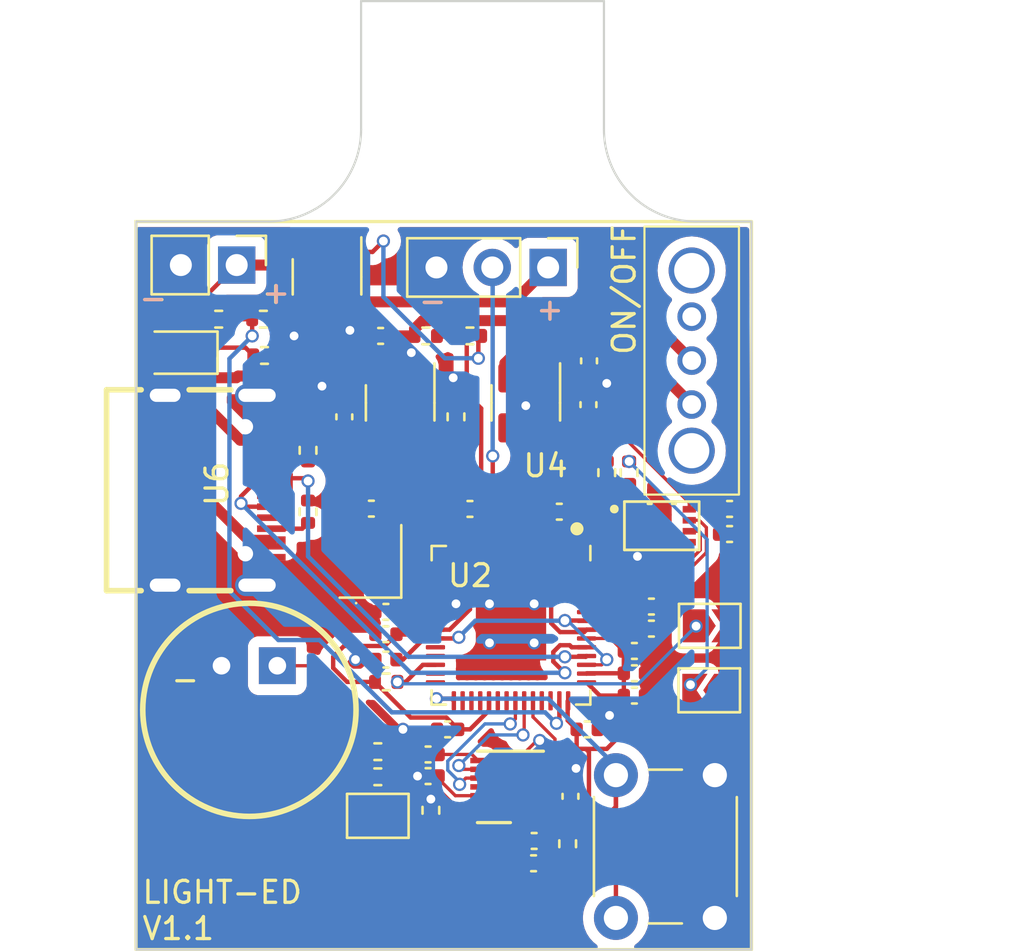
<source format=kicad_pcb>
(kicad_pcb (version 20221018) (generator pcbnew)
  (layers (0 "F.Cu" signal) (31 "B.Cu" signal) (34 "B.Paste" user) (35 "F.Paste" user) (36 "B.SilkS" user "B.Silkscreen") (37 "F.SilkS" user "F.Silkscreen") (38 "B.Mask" user) (39 "F.Mask" user) (44 "Edge.Cuts" user))
  (net 0 "")
  (net 1 "GND")
  (net 2 "/QSPI_SD2")
  (net 3 "/QSPI_SD1")
  (net 4 "/QSPI_SS")
  (net 5 "+3.3V")
  (net 6 "/QSPI_SD3")
  (net 7 "/QSPI_SCLK")
  (net 8 "/QSPI_SD0")
  (net 9 "Net-(JP3-B)")
  (net 10 "Net-(JP2-A)")
  (net 11 "Net-(U5-STAT)")
  (net 12 "Net-(D1-K)")
  (net 13 "Net-(U5-PROG)")
  (net 14 "/TH")
  (net 15 "/MICBIAS")
  (net 16 "+BATT")
  (net 17 "+5V")
  (net 18 "Net-(SW2A-A)")
  (net 20 "/GAIN")
  (net 21 "/A{slash}R")
  (net 22 "/Diode_Cont")
  (net 23 "Net-(Q1-G)")
  (net 24 "/Mode_Switch")
  (net 36 "Net-(U2-XIN)")
  (net 37 "Net-(U2-XOUT)")
  (net 38 "Net-(U2-VREG_VOUT)")
  (net 39 "/SWCLK")
  (net 40 "/SWDIO")
  (net 48 "/MICOUT")
  (net 51 "/BAT_VOL")
  (net 52 "/USB_DM")
  (net 53 "/USB_DP")
  (net 54 "Net-(U1-CT)")
  (net 55 "Net-(U1-CG)")
  (net 56 "/MICIN")
  (net 57 "Net-(U1-BIAS)")
  (net 61 "/MOSFET_Controll")
  (net 62 "/Diode_power")
  (net 63 "Net-(C19-Pad1)")
  (net 64 "Net-(U6-CC1)")
  (net 65 "Net-(U6-CC2)")
  (footprint "Capacitor_SMD:C_0402_1005Metric" (layer "F.Cu") (at 144.61 31.742 -90)
    (fp_text reference "C20" hide)
    (fp_text value "1 uF")
  )
  (footprint "Resistor_SMD:R_0402_1005Metric" (layer "F.Cu") (at 145.415 36.83 -90)
    (fp_text reference "R10" hide)
    (fp_text value "10k")
  )
  (footprint "Resistor_SMD:R_0402_1005Metric" (layer "F.Cu") (at 146.431 36.83 -90)
    (fp_text reference "R9" hide)
    (fp_text value "1k")
  )
  (footprint "Resistor_SMD:R_0402_1005Metric" (layer "F.Cu") (at 137.414 52.197 90)
    (fp_text reference "R3" hide)
    (fp_text value "100k")
  )
  (footprint "Capacitor_SMD:C_0402_1005Metric" (layer "F.Cu") (at 151.003 38.481 180)
    (fp_text reference "C12" hide)
    (fp_text value "2.2 uF")
  )
  (footprint "Capacitor_SMD:C_0402_1005Metric" (layer "F.Cu") (at 135.3694 45.339)
    (fp_text reference "C7" hide)
    (fp_text value "100 nF")
  )
  (footprint "Package_TO_SOT_SMD:SOT-23-3" (layer "F.Cu") (at 132.6896 27.9201 -90)
    (fp_text reference "Q1" hide)
    (fp_text value "PMOS")
  )
  (footprint "Capacitor_SMD:C_0402_1005Metric" (layer "F.Cu") (at 138.176 48.514)
    (fp_text reference "C4" hide)
    (fp_text value "100 nF")
  )
  (footprint "Resistor_SMD:R_0402_1005Metric" (layer "F.Cu") (at 139.192 30.607)
    (fp_text reference "R11" hide)
    (fp_text value "300")
  )
  (footprint "Resistor_SMD:R_0402_1005Metric" (layer "F.Cu") (at 131.826 35.814 90)
    (fp_text reference "R6" hide)
    (fp_text value "5.1k")
  )
  (footprint "Connector_PinHeader_2.54mm:PinHeader_1x03_P2.54mm_Vertical" (layer "F.Cu") (at 142.748 27.49 -90)
    (fp_text reference "J2" hide)
    (fp_text value "Screw_Terminal_01x03")
  )
  (footprint "Package_DFN_QFN:QFN-56-1EP_7x7mm_P0.4mm_EP3.2x3.2mm" (layer "F.Cu") (at 141.059 43.777 -90)
    (fp_text reference "U2")
    (fp_text value "RP2040")
  )
  (footprint "Resistor_SMD:R_0402_1005Metric" (layer "F.Cu") (at 138.557 34.29 90)
    (fp_text reference "R4" hide)
    (fp_text value "2k")
  )
  (footprint "OS102011MS2QS1:OS102011MS2QS1" (layer "F.Cu") (at 149.28 35.83 90)
    (fp_text reference "SW2" hide)
    (fp_text value "SW_DPDT_x2")
  )
  (footprint "Capacitor_SMD:C_0402_1005Metric" (layer "F.Cu") (at 146.6724 44.9454 180)
    (fp_text reference "C6" hide)
    (fp_text value "100 nF")
  )
  (footprint "Crystal:Crystal_SMD_2520-4Pin_2.5x2.0mm" (layer "F.Cu") (at 134.6674 40.8694 90)
    (fp_text reference "Y1" hide)
    (fp_text value "12 MHz")
  )
  (footprint "Package_TO_SOT_SMD:SOT-23-5" (layer "F.Cu") (at 141.732 33.655 -90)
    (fp_text reference "U4")
    (fp_text value "MIC5504-3.3YM5")
  )
  (footprint "Capacitor_SMD:C_0402_1005Metric" (layer "F.Cu") (at 147.447 42.926 180)
    (fp_text reference "C8" hide)
    (fp_text value "100 nF")
  )
  (footprint "Resistor_SMD:R_0402_1005Metric" (layer "F.Cu") (at 135.382 46.355)
    (fp_text reference "R8" hide)
    (fp_text value "10k")
  )
  (footprint "Connector_PinHeader_2.54mm:PinHeader_1x02_P2.54mm_Vertical" (layer "F.Cu") (at 128.5798 27.3812 -90)
    (fp_text reference "BT1" hide)
    (fp_text value "Battery")
  )
  (footprint "Capacitor_SMD:C_0402_1005Metric" (layer "F.Cu") (at 143.256 38.608)
    (fp_text reference "C1" hide)
    (fp_text value "100 nF")
  )
  (footprint "Package_DFN_QFN:DFN-14-1EP_3x3mm_P0.4mm_EP1.78x2.35mm" (layer "F.Cu") (at 141.033 51.1335 180)
    (fp_text reference "U1" hide)
    (fp_text value "MAX9814")
  )
  (footprint "Capacitor_SMD:C_0402_1005Metric" (layer "F.Cu") (at 133.477 34.29 90)
    (fp_text reference "C22" hide)
    (fp_text value "4.7 uF")
  )
  (footprint "Jumper:SolderJumper-2_P1.3mm_Open_TrianglePad1.0x1.5mm" (layer "F.Cu") (at 135.001 52.451)
    (fp_text reference "JP1" hide)
    (fp_text value "SolderJumper_2_Open")
  )
  (footprint "Resistor_SMD:R_0402_1005Metric" (layer "F.Cu") (at 127.762 29.845)
    (fp_text reference "R13" hide)
    (fp_text value "50k")
  )
  (footprint "Diode_SMD:D_0805_2012Metric_Pad1.15x1.40mm_HandSolder" (layer "F.Cu") (at 125.848 31.369 180)
    (fp_text reference "D1" hide)
    (fp_text value "LED")
  )
  (footprint "Capacitor_SMD:C_0402_1005Metric" (layer "F.Cu") (at 135.3694 43.1674)
    (fp_text reference "C14" hide)
    (fp_text value "8 pF")
  )
  (footprint "Resistor_SMD:R_0402_1005Metric" (layer "F.Cu") (at 137.18 30.607 180)
    (fp_text reference "R12" hide)
    (fp_text value "10k")
  )
  (footprint "W25Q16JVUXIQ_TR:IC_W25Q16JVUXIQ_TR" (layer "F.Cu") (at 147.9185 39.247)
    (fp_text reference "U3" hide)
    (fp_text value "W25Q16JVUXIQ_TR")
  )
  (footprint "Resistor_SMD:R_0402_1005Metric" (layer "F.Cu") (at 143.637 53.721 90)
    (fp_text reference "R15" hide)
    (fp_text value "10k")
  )
  (footprint "Capacitor_SMD:C_0402_1005Metric" (layer "F.Cu") (at 151.003 39.624 180)
    (fp_text reference "C11" hide)
    (fp_text value "100 nF")
  )
  (footprint "Button_Switch_THT:SW_PUSH_6mm_H13mm" (layer "F.Cu") (at 145.832 57.098 90)
    (fp_text reference "SW1" hide)
    (fp_text value "Mode_Switch")
  )
  (footprint "Capacitor_SMD:C_0402_1005Metric" (layer "F.Cu") (at 137.287 50.641)
    (fp_text reference "C17" hide)
    (fp_text value "0.47 uF")
  )
  (footprint "Resistor_SMD:R_0402_1005Metric" (layer "F.Cu") (at 135.001 50.673)
    (fp_text reference "R2" hide)
    (fp_text value "150k")
  )
  (footprint "Capacitor_SMD:C_0402_1005Metric" (layer "F.Cu") (at 137.287 49.657)
    (fp_text reference "C19" hide)
    (fp_text value "100 nF")
  )
  (footprint "Capacitor_SMD:C_0402_1005Metric" (layer "F.Cu") (at 143.764 51.562 -90)
    (fp_text reference "C16" hide)
    (fp_text value "2.2 uF")
  )
  (footprint "Capacitor_SMD:C_0402_1005Metric" (layer "F.Cu") (at 144.582 33.735 90)
    (fp_text reference "C18" hide)
    (fp_text value "1 uF")
  )
  (footprint "Resistor_SMD:R_0402_1005Metric" (layer "F.Cu") (at 129.794 29.845)
    (fp_text reference "R14" hide)
    (fp_text value "100k")
  )
  (footprint "Capacitor_SMD:C_0402_1005Metric" (layer "F.Cu") (at 146.6724 45.9614 180)
    (fp_text reference "C10" hide)
    (fp_text value "2.2 uF")
  )
  (footprint "Resistor_SMD:R_0402_1005Metric" (layer "F.Cu") (at 129.8448 31.496 180)
    (fp_text reference "R5" hide)
    (fp_text value "300")
  )
  (footprint "Jumper:SolderJumper-2_P1.3mm_Open_TrianglePad1.0x1.5mm" (layer "F.Cu") (at 150.1014 43.8024)
    (fp_text reference "JP2" hide)
    (fp_text value "SolderJumper_2_Open")
  )
  (footprint "Resistor_SMD:R_0402_1005Metric" (layer "F.Cu") (at 135.001 49.53 180)
    (fp_text reference "R1" hide)
    (fp_text value "2.2k")
  )
  (footprint "Capacitor_SMD:C_0402_1005Metric" (layer "F.Cu") (at 146.6724 46.9774 180)
    (fp_text reference "C24" hide)
    (fp_text value "100 nF")
  )
  (footprint "footprint:USB-C-SMD_KH-TYPE-C-16P" (layer "F.Cu") (at 127.741025 37.63 -90)
    (fp_text reference "U6")
    (fp_text value "KH-TYPE-C-16P")
  )
  (footprint "Capacitor_SMD:C_0402_1005Metric" (layer "F.Cu") (at 142.113 53.594)
    (fp_text reference "C15" hide)
    (fp_text value "100 nF")
  )
  (footprint "Jumper:SolderJumper-2_P1.3mm_Open_TrianglePad1.0x1.5mm" (layer "F.Cu") (at 150.077 46.736 180)
    (fp_text reference "JP3" hide)
    (fp_text value "SolderJumper_2_Open")
  )
  (footprint "footprint:MIC-TH_BD9.7-P2.54-D0.8-L-FD" (layer "F.Cu") (at 129.159 45.618396 180)
    (fp_text reference "U7" hide)
    (fp_text value "GMI9767P-46DB")
  )
  (footprint "Resistor_SMD:R_0402_1005Metric" (layer "F.Cu") (at 131.826 38.608 90)
    (fp_text reference "R7" hide)
    (fp_text value "5.1k")
  )
  (footprint "Capacitor_SMD:C_0402_1005Metric" (layer "F.Cu") (at 134.7074 38.4684 180)
    (fp_text reference "C13" hide)
    (fp_text value "8 pF")
  )
  (footprint "Capacitor_SMD:C_0402_1005Metric" (layer "F.Cu") (at 147.447 43.9294 180)
    (fp_text reference "C9" hide)
    (fp_text value "2.2 uF")
  )
  (footprint "Capacitor_SMD:C_0402_1005Metric" (layer "F.Cu") (at 139.192 38.481)
    (fp_text reference "C2" hide)
    (fp_text value "100 nF")
  )
  (footprint "Package_TO_SOT_SMD:SOT-23-5" (layer "F.Cu") (at 136.017 33.655 -90)
    (fp_text reference "U5" hide)
    (fp_text value "MCP73831-2-OT")
  )
  (footprint "Capacitor_SMD:C_0402_1005Metric" (layer "F.Cu") (at 135.128 30.607 180)
    (fp_text reference "C21" hide)
    (fp_text value "4.7 uF")
  )
  (footprint "Capacitor_SMD:C_0402_1005Metric" (layer "F.Cu") (at 144.526 48.514 180)
    (fp_text reference "C5" hide)
    (fp_text value "100 nF")
  )
  (footprint "Capacitor_SMD:C_0402_1005Metric" (layer "F.Cu") (at 135.3694 44.1834)
    (fp_text reference "C3" hide)
    (fp_text value "100 nF")
  )
  (footprint "Capacitor_SMD:C_0402_1005Metric" (layer "F.Cu") (at 142.085 54.61 180)
    (fp_text reference "C23" hide)
    (fp_text value "100 nF")
  )
  (gr_circle (center 144.059 39.3854) (end 144.209 39.3854) (stroke (width 0.3)) (fill none) (layer "F.SilkS"))
  (gr_rect (start 124 25.4) (end 152 58.539) (stroke (width 0.15)) (fill none) (layer "F.SilkS"))
  (gr_line (start 152 25.4) (end 152 58.539) (stroke (width 0.1)) (layer "Edge.Cuts"))
  (gr_line (start 152 58.539) (end 124 58.539) (stroke (width 0.1)) (layer "Edge.Cuts"))
  (gr_line (start 145.288 15.367) (end 134.239 15.367) (stroke (width 0.1)) (layer "Edge.Cuts"))
  (gr_arc (start 149.479 25.4) (mid 146.515515 24.172485) (end 145.288 21.209) (stroke (width 0.1)) (layer "Edge.Cuts"))
  (gr_arc (start 134.239 21.209) (mid 133.011485 24.172485) (end 130.048 25.4) (stroke (width 0.1)) (layer "Edge.Cuts"))
  (gr_line (start 145.288 15.367) (end 145.288 21.209) (stroke (width 0.1)) (layer "Edge.Cuts"))
  (gr_line (start 134.239 21.209) (end 134.239 15.367) (stroke (width 0.1)) (layer "Edge.Cuts"))
  (gr_line (start 130.048 25.4) (end 124 25.4) (stroke (width 0.1)) (layer "Edge.Cuts"))
  (gr_line (start 124 58.539) (end 124 25.4) (stroke (width 0.1)) (layer "Edge.Cuts"))
  (gr_line (start 149.479 25.4) (end 152 25.4) (stroke (width 0.1)) (layer "Edge.Cuts"))
  (gr_text "-" (at 124.0536 29.464) (layer "B.SilkS") (effects (font (size 1 1)) (justify left bottom)))
  (gr_text "+" (at 129.667 29.21) (layer "B.SilkS") (effects (font (size 1 1)) (justify left bottom)))
  (gr_text "-" (at 136.779 29.591) (layer "B.SilkS") (effects (font (size 1 1)) (justify left bottom)))
  (gr_text "+" (at 142.113 29.972) (layer "B.SilkS") (effects (font (size 1 1)) (justify left bottom)))
  (gr_text "+" (at 142.113 29.972) (layer "F.SilkS") (effects (font (size 1 1)) (justify left bottom)))
  (gr_text "+" (at 129.6416 29.21) (layer "F.SilkS") (effects (font (size 1 1)) (justify left bottom)))
  (gr_text "V1.1" (at 124.206 58.166) (layer "F.SilkS") (effects (font (size 1 1)) (justify left bottom)))
  (gr_text "LIGHT-ED" (at 124.206 56.515) (layer "F.SilkS") (effects (font (size 1 1)) (justify left bottom)))
  (gr_text "ON/OFF\n" (at 146.79 31.55 90) (layer "F.SilkS") (effects (font (size 1 1)) (justify left bottom)))
  (gr_text "-" (at 124.079 29.464) (layer "F.SilkS") (effects (font (size 1 1)) (justify left bottom)))
  (gr_text "-" (at 136.779 29.591) (layer "F.SilkS") (effects (font (size 1 1)) (justify left bottom)))
  (segment (start 139.558 51.1335) (end 141.033 51.1335) (width 0.15) (layer "F.Cu") (net 1))
  (segment (start 137.6215 42.777) (end 138.535 42.777) (width 0.2) (layer "F.Cu") (net 1))
  (segment (start 134.8894 45.339) (end 133.985 45.339) (width 0.15) (layer "F.Cu") (net 1))
  (segment (start 136.017 31.877) (end 136.017 32.5175) (width 0.2) (layer "F.Cu") (net 1))
  (segment (start 138.535 42.777) (end 138.557 42.799) (width 0.2) (layer "F.Cu") (net 1))
  (segment (start 141.033 50.9085) (end 141.033 51.1335) (width 0.15) (layer "F.Cu") (net 1))
  (segment (start 142.508 51.1335) (end 141.033 51.1335) (width 0.15) (layer "F.Cu") (net 1))
  (segment (start 142.008 49.9335) (end 141.033 50.9085) (width 0.15) (layer "F.Cu") (net 1))
  (segment (start 133.477 33.81) (end 133.378 33.81) (width 0.2) (layer "F.Cu") (net 1))
  (segment (start 142.508 49.9335) (end 142.008 49.9335) (width 0.15) (layer "F.Cu") (net 1))
  (segment (start 143.764 51.082) (end 143.764 50.546) (width 0.2) (layer "F.Cu") (net 1))
  (segment (start 143.764 50.546) (end 144.018 50.292) (width 0.2) (layer "F.Cu") (net 1))
  (segment (start 146.6685 39.997) (end 146.6685 40.4965) (width 0.2) (layer "F.Cu") (net 1))
  (segment (start 133.378 33.81) (end 132.461 32.893) (width 0.2) (layer "F.Cu") (net 1))
  (segment (start 146.6685 40.4965) (end 146.812 40.64) (width 0.2) (layer "F.Cu") (net 1))
  (segment (start 142.367 48.895) (end 141.033 50.229) (width 0.15) (layer "F.Cu") (net 1))
  (segment (start 136.525 31.369) (end 136.017 31.877) (width 0.2) (layer "F.Cu") (net 1))
  (segment (start 141.033 50.229) (end 141.033 51.1335) (width 0.15) (layer "F.Cu") (net 1))
  (via (at 138.43 32.512) (size 0.6) (drill 0.4) (layers "F.Cu" "B.Cu") (net 1))
  (via (at 131.191 30.607) (size 0.6) (drill 0.4) (layers "F.Cu" "B.Cu") (net 1))
  (via (at 138.557 42.799) (size 0.6) (drill 0.4) (layers "F.Cu" "B.Cu") (net 1))
  (via (at 132.461 32.893) (size 0.6) (drill 0.4) (layers "F.Cu" "B.Cu") (net 1))
  (via (at 142.113 44.577) (size 0.6) (drill 0.4) (layers "F.Cu" "B.Cu") (net 1))
  (via (at 145.415 32.766) (size 0.6) (drill 0.4) (layers "F.Cu" "B.Cu") (net 1))
  (via (at 133.731 30.353) (size 0.6) (drill 0.4) (layers "F.Cu" "B.Cu") (net 1))
  (via (at 136.144 48.514) (size 0.6) (drill 0.4) (layers "F.Cu" "B.Cu") (net 1))
  (via (at 144.018 50.292) (size 0.6) (drill 0.4) (layers "F.Cu" "B.Cu") (net 1))
  (via (at 137.414 51.689) (size 0.6) (drill 0.4) (layers "F.Cu" "B.Cu") (net 1))
  (via (at 133.985 45.339) (size 0.6) (drill 0.4) (layers "F.Cu" "B.Cu") (net 1))
  (via (at 140.081 44.577) (size 0.6) (drill 0.4) (layers "F.Cu" "B.Cu") (net 1))
  (via (at 142.113 42.799) (size 0.6) (drill 0.4) (layers "F.Cu" "B.Cu") (net 1))
  (via (at 140.081 42.799) (size 0.6) (drill 0.4) (layers "F.Cu" "B.Cu") (net 1))
  (via (at 145.542 47.879) (size 0.6) (drill 0.4) (layers "F.Cu" "B.Cu") (net 1))
  (via (at 146.812 40.64) (size 0.6) (drill 0.4) (layers "F.Cu" "B.Cu") (net 1))
  (via (at 136.525 31.369) (size 0.6) (drill 0.4) (layers "F.Cu" "B.Cu") (net 1))
  (via (at 142.367 49.022) (size 0.6) (drill 0.4) (layers "F.Cu" "B.Cu") (net 1))
  (via (at 141.732 33.782) (size 0.6) (drill 0.4) (layers "F.Cu" "B.Cu") (net 1))
  (via (at 136.807 50.641) (size 0.6) (drill 0.4) (layers "F.Cu" "B.Cu") (net 1))
  (segment (start 145.923 39.8385) (end 145.923 41.402) (width 0.2) (layer "F.Cu") (net 2))
  (segment (start 145.923 41.402) (end 145.348 41.977) (width 0.2) (layer "F.Cu") (net 2))
  (segment (start 146.2645 39.497) (end 145.923 39.8385) (width 0.2) (layer "F.Cu") (net 2))
  (segment (start 145.348 41.977) (end 144.4965 41.977) (width 0.2) (layer "F.Cu") (net 2))
  (segment (start 146.6685 39.497) (end 146.2645 39.497) (width 0.2) (layer "F.Cu") (net 2))
  (segment (start 145.136 41.375) (end 144.934 41.577) (width 0.15) (layer "F.Cu") (net 3))
  (segment (start 146.337408 38.997) (end 145.136 40.198408) (width 0.15) (layer "F.Cu") (net 3))
  (segment (start 146.6685 38.997) (end 146.337408 38.997) (width 0.15) (layer "F.Cu") (net 3))
  (segment (start 145.136 40.198408) (end 145.136 41.375) (width 0.15) (layer "F.Cu") (net 3))
  (segment (start 144.934 41.577) (end 144.4965 41.577) (width 0.15) (layer "F.Cu") (net 3))
  (segment (start 145.415 37.34) (end 146.431 37.34) (width 0.15) (layer "F.Cu") (net 4))
  (segment (start 146.6685 38.497) (end 146.6685 37.5775) (width 0.15) (layer "F.Cu") (net 4))
  (segment (start 144.4965 40.219) (end 146.2185 38.497) (width 0.15) (layer "F.Cu") (net 4))
  (segment (start 144.4965 41.177) (end 144.4965 40.219) (width 0.15) (layer "F.Cu") (net 4))
  (segment (start 146.2185 38.497) (end 146.6685 38.497) (width 0.15) (layer "F.Cu") (net 4))
  (segment (start 146.6685 37.5775) (end 146.431 37.34) (width 0.15) (layer "F.Cu") (net 4))
  (segment (start 144.4625 49.403) (end 143.891 49.403) (width 0.2) (layer "F.Cu") (net 5))
  (segment (start 143.291709 44.088) (end 142.886 43.682291) (width 0.2) (layer "F.Cu") (net 5))
  (segment (start 143.637 52.747898) (end 143.438102 52.549) (width 0.2) (layer "F.Cu") (net 5))
  (segment (start 135.3124 44.7204) (end 135.8494 44.1834) (width 0.2) (layer "F.Cu") (net 5))
  (segment (start 140.272166 41.054) (end 140.059 40.840834) (width 0.3) (layer "F.Cu") (net 5))
  (segment (start 146.1924 44.9454) (end 146.1924 45.9614) (width 0.2) (layer "F.Cu") (net 5))
  (segment (start 143.431 49.863) (end 143.430999 50.316593) (width 0.2) (layer "F.Cu") (net 5))
  (segment (start 136.824552 44.196) (end 135.862 44.196) (width 0.2) (layer "F.Cu") (net 5))
  (segment (start 142.682 34.7925) (end 144.0045 34.7925) (width 0.3) (layer "F.Cu") (net 5))
  (segment (start 140.059 40.770124) (end 140.059 40.3395) (width 0.2) (layer "F.Cu") (net 5))
  (segment (start 140.059 40.840834) (end 140.059 40.3395) (width 0.3) (layer "F.Cu") (net 5))
  (segment (start 133.604 46.355) (end 132.969 45.72) (width 0.2) (layer "F.Cu") (net 5))
  (segment (start 145.415 36.32) (end 145.415 34.4435) (width 0.15) (layer "F.Cu") (net 5))
  (segment (start 139.197 48.514) (end 138.656 48.514) (width 0.2) (layer "F.Cu") (net 5))
  (segment (start 143.637 53.211) (end 143.637 52.747898) (width 0.2) (layer "F.Cu") (net 5))
  (segment (start 145.224 43.977) (end 144.4965 43.977) (width 0.2) (layer "F.Cu") (net 5))
  (segment (start 145.1865 34.215) (end 144.582 34.215) (width 0.15) (layer "F.Cu") (net 5))
  (segment (start 144.3855 44.088) (end 143.291709 44.088) (width 0.2) (layer "F.Cu") (net 5))
  (segment (start 143.659 38.685) (end 143.736 38.608) (width 0.3) (layer "F.Cu") (net 5))
  (segment (start 143.430999 50.316593) (end 143.014092 50.7335) (width 0.2) (layer "F.Cu") (net 5))
  (segment (start 140.059 40.3395) (end 140.059 38.868) (width 0.3) (layer "F.Cu") (net 5))
  (segment (start 136.494 47.977) (end 138.119 47.977) (width 0.2) (layer "F.Cu") (net 5))
  (segment (start 135.862 44.196) (end 135.8494 44.1834) (width 0.2) (layer "F.Cu") (net 5))
  (segment (start 146.1924 45.9614) (end 144.5121 45.9614) (width 0.2) (layer "F.Cu") (net 5))
  (segment (start 149.1685 38.497) (end 149.1685 38.197) (width 0.15) (layer "F.Cu") (net 5))
  (segment (start 144.018 49.403) (end 144.046 49.375) (width 0.2) (layer "F.Cu") (net 5))
  (segment (start 142.682 34.7925) (end 142.682 37.554) (width 0.3) (layer "F.Cu") (net 5))
  (segment (start 143.438102 52.549) (end 144.174 52.549) (width 0.2) (layer "F.Cu") (net 5))
  (segment (start 144.046 49.375) (end 144.046 48.514) (width 0.2) (layer "F.Cu") (net 5))
  (segment (start 146.1924 46.9774) (end 145.0969 46.9774) (width 0.2) (layer "F.Cu") (net 5))
  (segment (start 150.523 39.624) (end 150.523 38.481) (width 0.15) (layer "F.Cu") (net 5))
  (segment (start 140.059 47.2145) (end 140.059 47.652) (width 0.2) (layer "F.Cu") (net 5))
  (segment (start 143.659 40.777) (end 143.659 40.3395) (width 0.2) (layer "F.Cu") (net 5))
  (segment (start 143.445834 41.054) (end 140.272166 41.054) (width 0.3) (layer "F.Cu") (net 5))
  (segment (start 143.227 52.337898) (end 143.438102 52.549) (width 0.2) (layer "F.Cu") (net 5))
  (segment (start 146.1924 44.9454) (end 145.224 43.977) (width 0.2) (layer "F.Cu") (net 5))
  (segment (start 144.5121 45.9614) (end 144.4965 45.977) (width 0.2) (layer "F.Cu") (net 5))
  (segment (start 143.637 47.2365) (end 143.659 47.2145) (width 0.2) (layer "F.Cu") (net 5))
  (segment (start 143.891 49.403) (end 143.431 49.863) (width 0.2) (layer "F.Cu") (net 5))
  (segment (start 146.1924 48.6256) (end 145.415 49.403) (width 0.2) (layer "F.Cu") (net 5))
  (segment (start 144.046 48.514) (end 143.637 48.105) (width 0.2) (layer "F.Cu") (net 5))
  (segment (start 132.969 45.212) (end 133.4606 44.7204) (width 0.2) (layer "F.Cu") (net 5))
  (segment (start 142.886 43.682291) (end 142.886 41.55) (width 0.2) (layer "F.Cu") (net 5))
  (segment (start 139.192 43.053) (end 139.192 41.637124) (width 0.2) (layer "F.Cu") (net 5))
  (segment (start 145.415 34.4435) (end 145.1865 34.215) (width 0.15) (layer "F.Cu") (net 5))
  (segment (start 138.119 47.977) (end 138.656 48.514) (width 0.2) (layer "F.Cu") (net 5))
  (segment (start 144.4965 43.977) (end 144.3855 44.088) (width 0.2) (layer "F.Cu") (net 5))
  (segment (start 137.6215 43.977) (end 137.043552 43.977) (width 0.2) (layer "F.Cu") (net 5))
  (segment (start 146.1924 45.9614) (end 146.1924 46.9774) (width 0.2) (layer "F.Cu") (net 5))
  (segment (start 143.659 40.3395) (end 143.659 40.840834) (width 0.3) (layer "F.Cu") (net 5))
  (segment (start 145.415 49.403) (end 144.018 49.403) (width 0.2) (layer "F.Cu") (net 5))
  (segment (start 132.969 45.72) (end 132.969 45.212) (width 0.2) (layer "F.Cu") (net 5))
  (segment (start 144.605 52.118) (end 144.605 49.5455) (width 0.2) (layer "F.Cu") (net 5))
  (segment (start 145.624 44.377) (end 146.1924 44.9454) (width 0.15) (layer "F.Cu") (net 5))
  (segment (start 143.659 40.3395) (end 143.659 38.685) (width 0.3) (layer "F.Cu") (net 5))
  (segment (start 150.507 38.497) (end 150.523 38.481) (width 0.15) (layer "F.Cu") (net 5))
  (segment (start 144.046 48.514) (end 144.018 48.542) (width 0.2) (layer "F.Cu") (net 5))
  (segment (start 134.872 46.355) (end 136.494 47.977) (width 0.2) (layer "F.Cu") (net 5))
  (segment (start 144.4965 44.377) (end 145.624 44.377) (width 0.15) (layer "F.Cu") (net 5))
  (segment (start 143.014092 50.7335) (end 142.508 50.7335) (width 0.2) (layer "F.Cu") (net 5))
  (segment (start 140.059 38.868) (end 139.672 38.481) (width 0.3) (layer "F.Cu") (net 5))
  (segment (start 149.1685 38.497) (end 150.507 38.497) (width 0.15) (layer "F.Cu") (net 5))
  (segment (start 144.174 52.549) (end 144.605 52.118) (width 0.2) (layer "F.Cu") (net 5))
  (segment (start 140.059 47.652) (end 139.197 48.514) (width 0.2) (layer "F.Cu") (net 5))
  (segment (start 133.4606 44.7204) (end 135.3124 44.7204) (width 0.2) (layer "F.Cu") (net 5))
  (segment (start 146.1924 46.9774) (end 146.1924 48.6256) (width 0.2) (layer "F.Cu") (net 5))
  (segment (start 134.872 46.355) (end 133.604 46.355) (width 0.2) (layer "F.Cu") (net 5))
  (segment (start 144.605 49.5455) (end 144.4625 49.403) (width 0.2) (layer "F.Cu") (net 5))
  (segment (start 137.043552 43.977) (end 136.824552 44.196) (width 0.2) (layer "F.Cu") (net 5))
  (segment (start 144.0045 34.7925) (end 144.582 34.215) (width 0.3) (layer "F.Cu") (net 5))
  (segment (start 139.192 41.637124) (end 140.059 40.770124) (width 0.2) (layer "F.Cu") (net 5))
  (segment (start 142.682 37.554) (end 143.736 38.608) (width 0.3) (layer "F.Cu") (net 5))
  (segment (start 142.508 51.9335) (end 143.058 51.9335) (width 0.2) (layer "F.Cu") (net 5))
  (segment (start 137.6215 43.977) (end 138.268 43.977) (width 0.2) (layer "F.Cu") (net 5))
  (segment (start 138.268 43.977) (end 139.192 43.053) (width 0.2) (layer "F.Cu") (net 5))
  (segment (start 143.058 51.9335) (end 143.227 52.1025) (width 0.2) (layer "F.Cu") (net 5))
  (segment (start 145.0969 46.9774) (end 144.4965 46.377) (width 0.2) (layer "F.Cu") (net 5))
  (segment (start 149.1685 38.197) (end 145.1865 34.215) (width 0.15) (layer "F.Cu") (net 5))
  (segment (start 143.637 48.105) (end 143.637 47.2365) (width 0.2) (layer "F.Cu") (net 5))
  (segment (start 143.659 40.840834) (end 143.445834 41.054) (width 0.3) (layer "F.Cu") (net 5))
  (segment (start 143.227 52.1025) (end 143.227 52.337898) (width 0.2) (layer "F.Cu") (net 5))
  (segment (start 142.886 41.55) (end 143.659 40.777) (width 0.2) (layer "F.Cu") (net 5))
  (segment (start 149.1685 38.997) (end 149.6185 38.997) (width 0.15) (layer "F.Cu") (net 6))
  (segment (start 149.9475 40.463738) (end 148.709237 41.702) (width 0.15) (layer "F.Cu") (net 6))
  (segment (start 149.9475 39.326) (end 149.9475 40.463738) (width 0.15) (layer "F.Cu") (net 6))
  (segment (start 145.358568 43.177) (end 144.4965 43.177) (width 0.15) (layer "F.Cu") (net 6))
  (segment (start 148.709237 41.702) (end 146.833568 41.702) (width 0.15) (layer "F.Cu") (net 6))
  (segment (start 149.6185 38.997) (end 149.9475 39.326) (width 0.15) (layer "F.Cu") (net 6))
  (segment (start 146.833568 41.702) (end 145.358568 43.177) (width 0.15) (layer "F.Cu") (net 6))
  (segment (start 146.71883 41.425) (end 145.36683 42.777) (width 0.15) (layer "F.Cu") (net 7))
  (segment (start 145.36683 42.777) (end 144.4965 42.777) (width 0.15) (layer "F.Cu") (net 7))
  (segment (start 149.6185 39.497) (end 149.6705 39.549) (width 0.15) (layer "F.Cu") (net 7))
  (segment (start 149.6705 40.349) (end 148.5945 41.425) (width 0.15) (layer "F.Cu") (net 7))
  (segment (start 149.6705 39.549) (end 149.6705 40.349) (width 0.15) (layer "F.Cu") (net 7))
  (segment (start 149.1685 39.497) (end 149.6185 39.497) (width 0.15) (layer "F.Cu") (net 7))
  (segment (start 148.5945 41.425) (end 146.71883 41.425) (width 0.15) (layer "F.Cu") (net 7))
  (segment (start 149.1685 39.997) (end 148.0175 41.148) (width 0.15) (layer "F.Cu") (net 8))
  (segment (start 145.375092 42.377) (end 144.4965 42.377) (width 0.15) (layer "F.Cu") (net 8))
  (segment (start 146.604092 41.148) (end 145.375092 42.377) (width 0.15) (layer "F.Cu") (net 8))
  (segment (start 148.0175 41.148) (end 146.604092 41.148) (width 0.15) (layer "F.Cu") (net 8))
  (segment (start 149.3764 46.4694) (end 149.2376 46.4694) (width 0.15) (layer "F.Cu") (net 9))
  (segment (start 149.2376 46.4694) (end 149.225 46.482) (width 0.15) (layer "F.Cu") (net 9))
  (via (at 149.225 46.482) (size 0.6) (drill 0.4) (layers "F.Cu" "B.Cu") (net 9))
  (via (at 146.431 36.32) (size 0.6) (drill 0.4) (layers "F.Cu" "B.Cu") (net 9))
  (segment (start 149.225 46.482) (end 149.981 45.726) (width 0.15) (layer "B.Cu") (net 9))
  (segment (start 149.981 45.726) (end 149.981 39.87) (width 0.15) (layer "B.Cu") (net 9))
  (segment (start 149.981 39.87) (end 146.431 36.32) (width 0.15) (layer "B.Cu") (net 9))
  (segment (start 136.271 46.355) (end 135.892 46.355) (width 0.2) (layer "F.Cu") (net 10))
  (segment (start 137.049 45.577) (end 136.271 46.355) (width 0.2) (layer "F.Cu") (net 10))
  (segment (start 149.3764 43.8024) (end 149.4664 43.8024) (width 0.15) (layer "F.Cu") (net 10))
  (segment (start 149.4664 43.8024) (end 149.479 43.815) (width 0.15) (layer "F.Cu") (net 10))
  (segment (start 137.6215 45.577) (end 137.049 45.577) (width 0.2) (layer "F.Cu") (net 10))
  (via (at 149.479 43.815) (size 0.6) (drill 0.4) (layers "F.Cu" "B.Cu") (net 10))
  (via (at 135.892 46.355) (size 0.6) (drill 0.4) (layers "F.Cu" "B.Cu") (net 10))
  (segment (start 149.479 43.815) (end 146.853497 46.440503) (width 0.15) (layer "B.Cu") (net 10))
  (segment (start 146.853497 46.440503) (end 135.977503 46.440503) (width 0.15) (layer "B.Cu") (net 10))
  (segment (start 135.977503 46.440503) (end 135.892 46.355) (width 0.15) (layer "B.Cu") (net 10))
  (segment (start 136.967 33.179999) (end 136.739999 33.407) (width 0.2) (layer "F.Cu") (net 11))
  (segment (start 133.991 33.407) (end 132.08 31.496) (width 0.2) (layer "F.Cu") (net 11))
  (segment (start 132.08 31.496) (end 130.3548 31.496) (width 0.2) (layer "F.Cu") (net 11))
  (segment (start 136.739999 33.407) (end 133.991 33.407) (width 0.2) (layer "F.Cu") (net 11))
  (segment (start 136.967 32.5175) (end 136.967 33.179999) (width 0.2) (layer "F.Cu") (net 11))
  (segment (start 128.9792 31.1404) (end 126.9582 31.1404) (width 0.2) (layer "F.Cu") (net 12))
  (segment (start 129.3348 31.496) (end 128.9792 31.1404) (width 0.2) (layer "F.Cu") (net 12))
  (segment (start 136.9745 34.8) (end 136.967 34.7925) (width 0.2) (layer "F.Cu") (net 13))
  (segment (start 138.557 34.8) (end 136.9745 34.8) (width 0.2) (layer "F.Cu") (net 13))
  (segment (start 135.726 52.451) (end 137.158 52.451) (width 0.15) (layer "F.Cu") (net 14))
  (segment (start 137.158 52.451) (end 137.414 52.707) (width 0.15) (layer "F.Cu") (net 14))
  (segment (start 139.558 52.3335) (end 137.7875 52.3335) (width 0.15) (layer "F.Cu") (net 14))
  (segment (start 135.726 52.451) (end 135.636 52.361) (width 0.15) (layer "F.Cu") (net 14))
  (segment (start 135.636 52.361) (end 135.636 50.798) (width 0.15) (layer "F.Cu") (net 14))
  (segment (start 137.7875 52.3335) (end 137.414 52.707) (width 0.15) (layer "F.Cu") (net 14))
  (segment (start 135.636 50.798) (end 135.511 50.673) (width 0.15) (layer "F.Cu") (net 14))
  (segment (start 136.382738 51.153) (end 136.003 50.773262) (width 0.15) (layer "F.Cu") (net 15))
  (segment (start 136.003 50.773262) (end 136.003 50.364668) (width 0.15) (layer "F.Cu") (net 15))
  (segment (start 137.680332 51.153) (end 136.382738 51.153) (width 0.15) (layer "F.Cu") (net 15))
  (segment (start 134.491 50.673) (end 134.491 52.236) (width 0.15) (layer "F.Cu") (net 15))
  (segment (start 134.491 52.236) (end 134.276 52.451) (width 0.15) (layer "F.Cu") (net 15))
  (segment (start 138.460832 51.9335) (end 137.680332 51.153) (width 0.15) (layer "F.Cu") (net 15))
  (segment (start 135.690332 50.052) (end 135.013 50.052) (width 0.15) (layer "F.Cu") (net 15))
  (segment (start 136.003 50.364668) (end 135.690332 50.052) (width 0.15) (layer "F.Cu") (net 15))
  (segment (start 134.491 50.673) (end 134.491 50.574) (width 0.15) (layer "F.Cu") (net 15))
  (segment (start 139.558 51.9335) (end 138.460832 51.9335) (width 0.15) (layer "F.Cu") (net 15))
  (segment (start 135.013 50.052) (end 134.491 49.53) (width 0.15) (layer "F.Cu") (net 15))
  (segment (start 134.491 50.574) (end 135.013 50.052) (width 0.15) (layer "F.Cu") (net 15))
  (segment (start 135.608 30.916999) (end 135.067 31.457999) (width 0.5) (layer "F.Cu") (net 16))
  (segment (start 131.7396 26.7826) (end 131.7396 29.519548) (width 0.5) (layer "F.Cu") (net 16))
  (segment (start 135.608 30.607) (end 135.608 30.916999) (width 0.5) (layer "F.Cu") (net 16))
  (segment (start 127.252 29.845) (end 127.252 28.709) (width 0.2) (layer "F.Cu") (net 16))
  (segment (start 136.67 30.607) (end 135.608 30.607) (width 0.5) (layer "F.Cu") (net 16))
  (segment (start 134.737552 32.5175) (end 135.067 32.5175) (width 0.5) (layer "F.Cu") (net 16))
  (segment (start 131.141 27.3812) (end 131.7396 26.7826) (width 0.5) (layer "F.Cu") (net 16))
  (segment (start 136.67 30.287001) (end 137.047001 29.91) (width 0.5) (layer "F.Cu") (net 16))
  (segment (start 147.46 29.91) (end 149.28 31.73) (width 0.5) (layer "F.Cu") (net 16))
  (segment (start 131.7396 29.519548) (end 134.737552 32.5175) (width 0.5) (layer "F.Cu") (net 16))
  (segment (start 127.252 28.709) (end 128.5798 27.3812) (width 0.2) (layer "F.Cu") (net 16))
  (segment (start 136.67 30.607) (end 136.67 30.287001) (width 0.5) (layer "F.Cu") (net 16))
  (segment (start 135.067 31.457999) (end 135.067 32.5175) (width 0.5) (layer "F.Cu") (net 16))
  (segment (start 137.047001 29.91) (end 147.46 29.91) (width 0.5) (layer "F.Cu") (net 16))
  (segment (start 128.5798 27.3812) (end 131.141 27.3812) (width 0.5) (layer "F.Cu") (net 16))
  (segment (start 124.9082 31.1404) (end 124.9082 31.251906) (width 0.5) (layer "F.Cu") (net 17))
  (segment (start 133.4995 34.7925) (end 133.477 34.77) (width 0.5) (layer "F.Cu") (net 17))
  (segment (start 133.167001 34.77) (end 133.477 34.77) (width 0.5) (layer "F.Cu") (net 17))
  (segment (start 129.129062 39.907064) (end 130.155808 39.907064) (width 0.5) (layer "F.Cu") (net 17))
  (segment (start 128.563769 32.512) (end 128.64281 32.432959) (width 0.5) (layer "F.Cu") (net 17))
  (segment (start 124.9082 31.251906) (end 126.168294 32.512) (width 0.5) (layer "F.Cu") (net 17))
  (segment (start 127.381 38.159002) (end 129.129062 39.907064) (width 0.5) (layer "F.Cu") (net 17))
  (segment (start 127.381 33.993554) (end 128.740382 35.352936) (width 0.5) (layer "F.Cu") (net 17))
  (segment (start 128.740382 35.352936) (end 130.156062 35.352936) (width 0.5) (layer "F.Cu") (net 17))
  (segment (start 127.381 38.159002) (end 127.381 33.993554) (width 0.5) (layer "F.Cu") (net 17))
  (segment (start 130.82996 32.432959) (end 133.167001 34.77) (width 0.5) (layer "F.Cu") (net 17))
  (segment (start 127.381 32.591041) (end 127.301959 32.512) (width 0.5) (layer "F.Cu") (net 17))
  (segment (start 135.067 34.7925) (end 133.4995 34.7925) (width 0.5) (layer "F.Cu") (net 17))
  (segment (start 127.381 33.993554) (end 127.381 32.591041) (width 0.5) (layer "F.Cu") (net 17))
  (segment (start 127.301959 32.512) (end 128.563769 32.512) (width 0.5) (layer "F.Cu") (net 17))
  (segment (start 126.168294 32.512) (end 127.301959 32.512) (width 0.5) (layer "F.Cu") (net 17))
  (segment (start 128.64281 32.432959) (end 130.82996 32.432959) (width 0.5) (layer "F.Cu") (net 17))
  (segment (start 142.195999 31.369) (end 141.268001 31.369) (width 0.5) (layer "F.Cu") (net 18))
  (segment (start 140.782 31.855001) (end 140.782 32.5175) (width 0.5) (layer "F.Cu") (net 18))
  (segment (start 142.682 31.855001) (end 142.195999 31.369) (width 0.5) (layer "F.Cu") (net 18))
  (segment (start 141.268001 31.369) (end 140.782 31.855001) (width 0.5) (layer "F.Cu") (net 18))
  (segment (start 149.28 33.73) (end 146.812 31.262) (width 0.5) (layer "F.Cu") (net 18))
  (segment (start 144.61 31.262) (end 143.9375 31.262) (width 0.5) (layer "F.Cu") (net 18))
  (segment (start 146.812 31.262) (end 144.61 31.262) (width 0.5) (layer "F.Cu") (net 18))
  (segment (start 142.682 32.5175) (end 142.682 31.855001) (width 0.5) (layer "F.Cu") (net 18))
  (segment (start 143.9375 31.262) (end 142.682 32.5175) (width 0.5) (layer "F.Cu") (net 18))
  (segment (start 141.023798 48.2665) (end 141.259 48.031298) (width 0.15) (layer "F.Cu") (net 20))
  (segment (start 139.0045 50.7335) (end 139.558 50.7335) (width 0.15) (layer "F.Cu") (net 20))
  (segment (start 138.721115 51.016885) (end 139.0045 50.7335) (width 0.15) (layer "F.Cu") (net 20))
  (segment (start 141.259 48.031298) (end 141.259 47.2145) (width 0.15) (layer "F.Cu") (net 20))
  (via (at 138.721115 51.016885) (size 0.6) (drill 0.4) (layers "F.Cu" "B.Cu") (net 20))
  (via (at 141.023798 48.2665) (size 0.6) (drill 0.4) (layers "F.Cu" "B.Cu") (net 20))
  (segment (start 139.872564 48.2665) (end 141.023798 48.2665) (width 0.15) (layer "B.Cu") (net 20))
  (segment (start 138.721115 50.912051) (end 138.182 50.372936) (width 0.15) (layer "B.Cu") (net 20))
  (segment (start 138.721115 51.016885) (end 138.721115 50.912051) (width 0.15) (layer "B.Cu") (net 20))
  (segment (start 138.182 50.372936) (end 138.182 49.957064) (width 0.15) (layer "B.Cu") (net 20))
  (segment (start 138.182 49.957064) (end 139.872564 48.2665) (width 0.15) (layer "B.Cu") (net 20))
  (segment (start 138.686897 50.161397) (end 138.859 50.3335) (width 0.15) (layer "F.Cu") (net 21))
  (segment (start 138.859 50.3335) (end 139.558 50.3335) (width 0.15) (layer "F.Cu") (net 21))
  (segment (start 141.659 48.714) (end 141.659 47.2145) (width 0.15) (layer "F.Cu") (net 21))
  (segment (start 141.605 48.768) (end 141.659 48.714) (width 0.15) (layer "F.Cu") (net 21))
  (via (at 138.686897 50.161397) (size 0.6) (drill 0.4) (layers "F.Cu" "B.Cu") (net 21))
  (via (at 141.605 48.768) (size 0.6) (drill 0.4) (layers "F.Cu" "B.Cu") (net 21))
  (segment (start 140.080294 48.768) (end 141.605 48.768) (width 0.15) (layer "B.Cu") (net 21))
  (segment (start 138.686897 50.161397) (end 140.080294 48.768) (width 0.15) (layer "B.Cu") (net 21))
  (segment (start 142.459 39.589) (end 142.459 40.3395) (width 0.2) (layer "F.Cu") (net 22))
  (segment (start 140.2285 36.068) (end 140.2285 37.3585) (width 0.2) (layer "F.Cu") (net 22))
  (segment (start 140.2285 37.3585) (end 142.459 39.589) (width 0.2) (layer "F.Cu") (net 22))
  (via (at 140.2285 36.068) (size 0.6) (drill 0.4) (layers "F.Cu" "B.Cu") (net 22))
  (segment (start 140.2285 36.068) (end 140.225 36.0645) (width 0.2) (layer "B.Cu") (net 22))
  (segment (start 140.225 36.0645) (end 140.225 27.49) (width 0.2) (layer "B.Cu") (net 22))
  (segment (start 133.6396 26.7826) (end 134.7614 26.7826) (width 0.2) (layer "F.Cu") (net 23))
  (segment (start 139.573 31.623) (end 139.573 30.736) (width 0.2) (layer "F.Cu") (net 23))
  (segment (start 134.7614 26.7826) (end 135.255 26.289) (width 0.2) (layer "F.Cu") (net 23))
  (segment (start 139.573 30.736) (end 139.702 30.607) (width 0.2) (layer "F.Cu") (net 23))
  (via (at 135.255 26.289) (size 0.6) (drill 0.4) (layers "F.Cu" "B.Cu") (net 23))
  (via (at 139.573 31.623) (size 0.6) (drill 0.4) (layers "F.Cu" "B.Cu") (net 23))
  (segment (start 139.573 31.623) (end 138.049 31.623) (width 0.2) (layer "B.Cu") (net 23))
  (segment (start 138.049 31.623) (end 135.255 28.829) (width 0.2) (layer "B.Cu") (net 23))
  (segment (start 135.255 28.829) (end 135.255 26.289) (width 0.2) (layer "B.Cu") (net 23))
  (segment (start 145.832 52.036) (end 145.832 50.598) (width 0.2) (layer "F.Cu") (net 24))
  (segment (start 143.258 54.61) (end 143.637 54.231) (width 0.2) (layer "F.Cu") (net 24))
  (segment (start 138.3615 47.117) (end 138.459 47.2145) (width 0.2) (layer "F.Cu") (net 24))
  (segment (start 142.565 54.61) (end 143.258 54.61) (width 0.2) (layer "F.Cu") (net 24))
  (segment (start 145.832 57.098) (end 145.832 50.598) (width 0.2) (layer "F.Cu") (net 24))
  (segment (start 137.668 47.117) (end 138.3615 47.117) (width 0.2) (layer "F.Cu") (net 24))
  (segment (start 143.637 54.231) (end 145.832 52.036) (width 0.2) (layer "F.Cu") (net 24))
  (via (at 137.668 47.117) (size 0.6) (drill 0.4) (layers "F.Cu" "B.Cu") (net 24))
  (segment (start 145.832 50.598) (end 145.832 50.196173) (width 0.2) (layer "B.Cu") (net 24))
  (segment (start 142.752827 47.117) (end 137.668 47.117) (width 0.2) (layer "B.Cu") (net 24))
  (segment (start 145.832 50.196173) (end 142.752827 47.117) (width 0.2) (layer "B.Cu") (net 24))
  (segment (start 137.03 43.177) (end 137.6215 43.177) (width 0.2) (layer "F.Cu") (net 36))
  (segment (start 136.906 41.754) (end 136.906 43.053) (width 0.2) (layer "F.Cu") (net 36))
  (segment (start 133.9674 39.9944) (end 134.9154 40.9424) (width 0.2) (layer "F.Cu") (net 36))
  (segment (start 134.9154 40.9424) (end 136.0944 40.9424) (width 0.2) (layer "F.Cu") (net 36))
  (segment (start 133.9674 39.9944) (end 133.9674 38.7284) (width 0.2) (layer "F.Cu") (net 36))
  (segment (start 133.9674 38.7284) (end 134.2274 38.4684) (width 0.2) (layer "F.Cu") (net 36))
  (segment (start 136.906 43.053) (end 137.03 43.177) (width 0.2) (layer "F.Cu") (net 36))
  (segment (start 136.0944 40.9424) (end 136.906 41.754) (width 0.2) (layer "F.Cu") (net 36))
  (segment (start 136.259 43.577) (end 137.6215 43.577) (width 0.2) (layer "F.Cu") (net 37))
  (segment (start 135.3674 41.7444) (end 135.3674 42.6854) (width 0.2) (layer "F.Cu") (net 37))
  (segment (start 135.3674 42.6854) (end 135.8494 43.1674) (width 0.2) (layer "F.Cu") (net 37))
  (segment (start 135.8494 43.1674) (end 136.259 43.577) (width 0.2) (layer "F.Cu") (net 37))
  (segment (start 144.4965 45.577) (end 145.177 45.577) (width 0.15) (layer "F.Cu") (net 38))
  (segment (start 138.684 44.323) (end 138.63 44.377) (width 0.2) (layer "F.Cu") (net 38))
  (segment (start 144.4805 43.561) (end 144.4965 43.577) (width 0.2) (layer "F.Cu") (net 38))
  (segment (start 138.63 44.377) (end 137.6215 44.377) (width 0.2) (layer "F.Cu") (net 38))
  (segment (start 145.177 45.577) (end 145.415 45.339) (width 0.15) (layer "F.Cu") (net 38))
  (segment (start 146.316 43.577) (end 144.4965 43.577) (width 0.2) (layer "F.Cu") (net 38))
  (segment (start 137.106 44.377) (end 136.144 45.339) (width 0.2) (layer "F.Cu") (net 38))
  (segment (start 146.6146 43.577) (end 146.967 43.9294) (width 0.2) (layer "F.Cu") (net 38))
  (segment (start 146.967 42.926) (end 146.316 43.577) (width 0.2) (layer "F.Cu") (net 38))
  (segment (start 137.6215 44.377) (end 137.106 44.377) (width 0.2) (layer "F.Cu") (net 38))
  (segment (start 144.4965 43.577) (end 146.6146 43.577) (width 0.2) (layer "F.Cu") (net 38))
  (segment (start 143.51 43.561) (end 144.4805 43.561) (width 0.2) (layer "F.Cu") (net 38))
  (segment (start 136.144 45.339) (end 135.8494 45.339) (width 0.2) (layer "F.Cu") (net 38))
  (via (at 145.415 45.339) (size 0.6) (drill 0.4) (layers "F.Cu" "B.Cu") (net 38))
  (via (at 143.51 43.561) (size 0.6) (drill 0.4) (layers "F.Cu" "B.Cu") (net 38))
  (via (at 138.684 44.323) (size 0.6) (drill 0.4) (layers "F.Cu" "B.Cu") (net 38))
  (segment (start 138.684 44.323) (end 139.437292 43.569708) (width 0.2) (layer "B.Cu") (net 38))
  (segment (start 143.637 43.561) (end 143.51 43.561) (width 0.15) (layer "B.Cu") (net 38))
  (segment (start 145.415 45.339) (end 143.637 43.561) (width 0.15) (layer "B.Cu") (net 38))
  (segment (start 139.437292 43.569708) (end 143.501292 43.569708) (width 0.2) (layer "B.Cu") (net 38))
  (segment (start 143.501292 43.569708) (end 143.51 43.561) (width 0.2) (layer "B.Cu") (net 38))
  (segment (start 143.06 48.953) (end 142.059 47.952) (width 0.15) (layer "F.Cu") (net 48))
  (segment (start 142.987 50.3335) (end 143.06 50.2605) (width 0.15) (layer "F.Cu") (net 48))
  (segment (start 142.059 47.952) (end 142.059 47.2145) (width 0.15) (layer "F.Cu") (net 48))
  (segment (start 143.06 50.2605) (end 143.06 48.953) (width 0.15) (layer "F.Cu") (net 48))
  (segment (start 142.508 50.3335) (end 142.987 50.3335) (width 0.15) (layer "F.Cu") (net 48))
  (segment (start 143.259 48.10494) (end 143.259 47.2145) (width 0.2) (layer "F.Cu") (net 51))
  (segment (start 143.127238 48.236702) (end 143.259 48.10494) (width 0.2) (layer "F.Cu") (net 51))
  (segment (start 129.284 29.845) (end 129.284 30.605) (width 0.2) (layer "F.Cu") (net 51))
  (segment (start 128.272 29.845) (end 129.284 29.845) (width 0.2) (layer "F.Cu") (net 51))
  (segment (start 129.284 30.605) (end 129.286 30.607) (width 0.2) (layer "F.Cu") (net 51))
  (via (at 129.286 30.607) (size 0.6) (drill 0.4) (layers "F.Cu" "B.Cu") (net 51))
  (via (at 143.127238 48.236702) (size 0.6) (drill 0.4) (layers "F.Cu" "B.Cu") (net 51))
  (segment (start 128.251 31.642) (end 128.251 42.223099) (width 0.2) (layer "B.Cu") (net 51))
  (segment (start 128.251 42.223099) (end 130.477901 44.45) (width 0.2) (layer "B.Cu") (net 51))
  (segment (start 142.6085 47.7395) (end 143.129 48.26) (width 0.2) (layer "B.Cu") (net 51))
  (segment (start 135.640209 47.7395) (end 142.6085 47.7395) (width 0.2) (layer "B.Cu") (net 51))
  (segment (start 143.129 48.26) (end 143.129 48.238464) (width 0.2) (layer "B.Cu") (net 51))
  (segment (start 130.477901 44.45) (end 132.350709 44.45) (width 0.2) (layer "B.Cu") (net 51))
  (segment (start 129.286 30.607) (end 128.251 31.642) (width 0.2) (layer "B.Cu") (net 51))
  (segment (start 143.129 48.238464) (end 143.127238 48.236702) (width 0.2) (layer "B.Cu") (net 51))
  (segment (start 132.350709 44.45) (end 135.640209 47.7395) (width 0.2) (layer "B.Cu") (net 51))
  (segment (start 143.51 45.212) (end 144.4615 45.212) (width 0.2) (layer "F.Cu") (net 52))
  (segment (start 131.006062 37.879936) (end 131.033062 37.852936) (width 0.2) (layer "F.Cu") (net 52))
  (segment (start 131.033062 37.084) (end 131.699 37.084) (width 0.2) (layer "F.Cu") (net 52))
  (segment (start 130.156062 37.879936) (end 131.006062 37.879936) (width 0.2) (layer "F.Cu") (net 52))
  (segment (start 131.033062 36.906936) (end 131.006062 36.879936) (width 0.2) (layer "F.Cu") (net 52))
  (segment (start 131.006062 36.879936) (end 130.156062 36.879936) (width 0.2) (layer "F.Cu") (net 52))
  (segment (start 131.033062 37.084) (end 131.033062 36.906936) (width 0.2) (layer "F.Cu") (net 52))
  (segment (start 131.699 37.084) (end 131.826 37.211) (width 0.2) (layer "F.Cu") (net 52))
  (segment (start 144.4615 45.212) (end 144.4965 45.177) (width 0.2) (layer "F.Cu") (net 52))
  (segment (start 131.033062 37.852936) (end 131.033062 37.084) (width 0.2) (layer "F.Cu") (net 52))
  (via (at 131.826 37.211) (size 0.6) (drill 0.4) (layers "F.Cu" "B.Cu") (net 52))
  (via (at 143.51 45.212) (size 0.6) (drill 0.4) (layers "F.Cu" "B.Cu") (net 52))
  (segment (start 131.826 40.64) (end 136.398 45.212) (width 0.2) (layer "B.Cu") (net 52))
  (segment (start 131.826 37.211) (end 131.826 40.64) (width 0.2) (layer "B.Cu") (net 52))
  (segment (start 136.398 45.212) (end 143.51 45.212) (width 0.2) (layer "B.Cu") (net 52))
  (segment (start 130.156062 37.380064) (end 129.306062 37.380064) (width 0.2) (layer "F.Cu") (net 53))
  (segment (start 129.306062 37.380064) (end 128.778 37.908126) (width 0.2) (layer "F.Cu") (net 53))
  (segment (start 143.728291 44.685) (end 143.291709 44.685) (width 0.2) (layer "F.Cu") (net 53))
  (segment (start 128.778 38.227) (end 128.931064 38.380064) (width 0.2) (layer "F.Cu") (net 53))
  (segment (start 128.931064 38.380064) (end 130.156062 38.380064) (width 0.2) (layer "F.Cu") (net 53))
  (segment (start 142.983 44.993709) (end 142.983 45.430291) (width 0.2) (layer "F.Cu") (net 53))
  (segment (start 143.820291 44.777) (end 143.728291 44.685) (width 0.2) (layer "F.Cu") (net 53))
  (segment (start 144.4965 44.777) (end 143.820291 44.777) (width 0.2) (layer "F.Cu") (net 53))
  (segment (start 143.491212 45.938503) (end 143.51 45.938503) (width 0.2) (layer "F.Cu") (net 53))
  (segment (start 128.778 37.908126) (end 128.778 38.227) (width 0.2) (layer "F.Cu") (net 53))
  (segment (start 142.983 45.430291) (end 143.491212 45.938503) (width 0.2) (layer "F.Cu") (net 53))
  (segment (start 143.291709 44.685) (end 142.983 44.993709) (width 0.2) (layer "F.Cu") (net 53))
  (via (at 143.51 45.938503) (size 0.6) (drill 0.4) (layers "F.Cu" "B.Cu") (net 53))
  (via (at 128.778 38.227) (size 0.6) (drill 0.4) (layers "F.Cu" "B.Cu") (net 53))
  (segment (start 136.489503 45.938503) (end 128.778 38.227) (width 0.2) (layer "B.Cu") (net 53))
  (segment (start 143.51 45.938503) (end 136.489503 45.938503) (width 0.2) (layer "B.Cu") (net 53))
  (segment (start 142.494 52.3475) (end 142.494 53.495) (width 0.15) (layer "F.Cu") (net 54))
  (segment (start 142.508 52.3335) (end 142.494 52.3475) (width 0.15) (layer "F.Cu") (net 54))
  (segment (start 142.508 51.576) (end 142.5135 51.5815) (width 0.2) (layer "F.Cu") (net 55))
  (segment (start 143.37504 51.5815) (end 143.764 51.97046) (width 0.2) (layer "F.Cu") (net 55))
  (segment (start 142.508 51.5335) (end 142.508 51.576) (width 0.2) (layer "F.Cu") (net 55))
  (segment (start 143.764 51.97046) (end 143.764 52.042) (width 0.2) (layer "F.Cu") (net 55))
  (segment (start 142.5135 51.5815) (end 143.37504 51.5815) (width 0.2) (layer "F.Cu") (net 55))
  (segment (start 139.2815 49.657) (end 137.767 49.657) (width 0.15) (layer "F.Cu") (net 56))
  (segment (start 139.558 49.9335) (end 139.2815 49.657) (width 0.15) (layer "F.Cu") (net 56))
  (segment (start 137.767 50.772) (end 137.767 50.641) (width 0.15) (layer "F.Cu") (net 57))
  (segment (start 139.558 51.5335) (end 138.5285 51.5335) (width 0.15) (layer "F.Cu") (net 57))
  (segment (start 138.5285 51.5335) (end 137.767 50.772) (width 0.15) (layer "F.Cu") (net 57))
  (segment (start 139.046 33.251) (end 139.046 30.971) (width 0.2) (layer "F.Cu") (net 61))
  (segment (start 142.059 39.697) (end 142.059 40.3395) (width 0.2) (layer "F.Cu") (net 61))
  (segment (start 139.702 37.34) (end 142.059 39.697) (width 0.2) (layer "F.Cu") (net 61))
  (segment (start 139.702 37.34) (end 139.702 33.907) (width 0.2) (layer "F.Cu") (net 61))
  (segment (start 137.69 30.607) (end 138.682 30.607) (width 0.25) (layer "F.Cu") (net 61))
  (segment (start 139.046 30.971) (end 138.682 30.607) (width 0.2) (layer "F.Cu") (net 61))
  (segment (start 139.702 33.907) (end 139.046 33.251) (width 0.2) (layer "F.Cu") (net 61))
  (segment (start 132.6896 29.0576) (end 141.1804 29.0576) (width 0.5) (layer "F.Cu") (net 62))
  (segment (start 141.1804 29.0576) (end 142.748 27.49) (width 0.5) (layer "F.Cu") (net 62))
  (segment (start 135.511 49.53) (end 135.511 49.210001) (width 0.15) (layer "F.Cu") (net 63))
  (segment (start 131.919395 45.618396) (end 130.429003 45.618396) (width 0.15) (layer "F.Cu") (net 63))
  (segment (start 135.511 49.210001) (end 131.919395 45.618396) (width 0.15) (layer "F.Cu") (net 63))
  (segment (start 136.807 49.657) (end 135.638 49.657) (width 0.15) (layer "F.Cu") (net 63))
  (segment (start 135.638 49.657) (end 135.511 49.53) (width 0.15) (layer "F.Cu") (net 63))
  (segment (start 131.826 36.324) (end 130.212126 36.324) (width 0.2) (layer "F.Cu") (net 64))
  (segment (start 130.212126 36.324) (end 130.156062 36.380064) (width 0.2) (layer "F.Cu") (net 64))
  (segment (start 131.826 39.118) (end 131.563936 39.380064) (width 0.2) (layer "F.Cu") (net 65))
  (segment (start 131.563936 39.380064) (end 130.156062 39.380064) (width 0.2) (layer "F.Cu") (net 65))
  (zone (net 1) (net_name "GND") (layers "F&B.Cu") (connect_pads yes (clearance 0.5)) (min_thickness 0.25) (fill yes (thermal_gap 0.5) (thermal_bridge_width 0.5))
    (polygon (pts (xy 123.8758 25.654) (xy 151.892 25.654) (xy 152.019 58.547) (xy 123.952 58.547)))
  )
)
</source>
